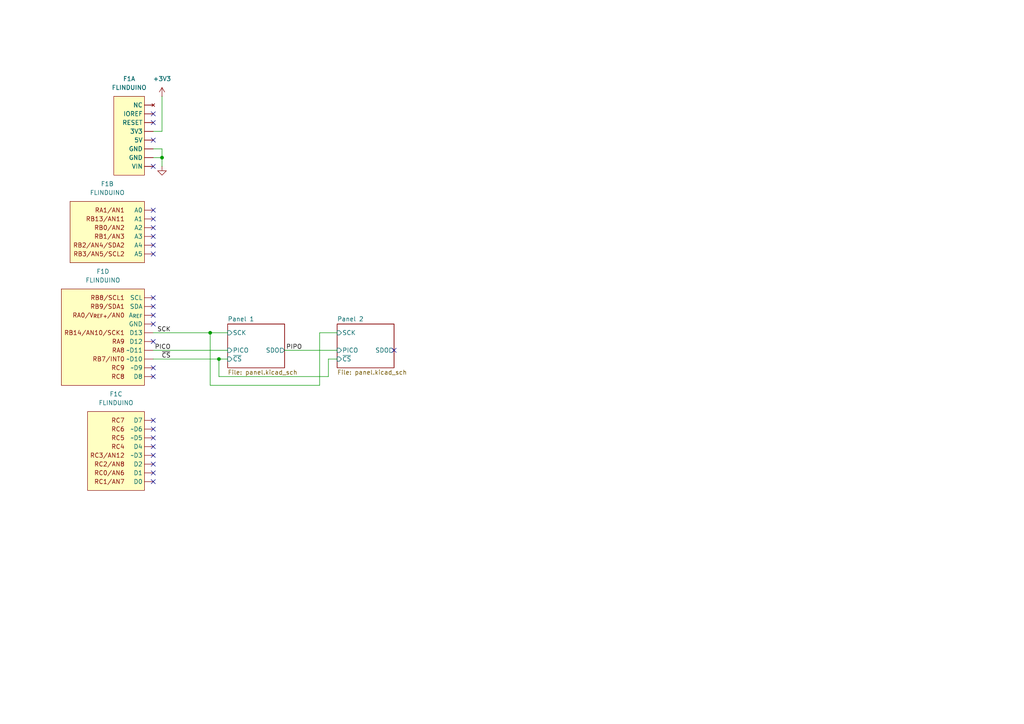
<source format=kicad_sch>
(kicad_sch (version 20231120) (generator "eeschema") (generator_version "8.0")
  (paper "A4")
  (title_block (title "LED Matrix Shield"))
  (lib_symbols
    (symbol "Global:Flinduino_V1" (pin_numbers hide) (in_bom no)
      (property "Reference" "F" (at 0 0 0))
      (property "Value" "FLINDUINO" (at 0 -2.54 0))
      (symbol "Flinduino_V1_1_1"
        (rectangle (start -8.89 -5.08) (end 0 -27.94) (fill (type background)))
        (pin no_connect line (at 2.54 -7.62 180) (length 2.54) (name "NC") (number "1"))
        (pin passive line (at 2.54 -10.16 180) (length 2.54) (name "IOREF") (number "2"))
        (pin bidirectional line (at 2.54 -12.7 180) (length 2.54) (name "RESET") (number "3"))
        (pin passive line (at 2.54 -15.24 180) (length 2.54) (name "3V3") (number "4"))
        (pin passive line (at 2.54 -17.78 180) (length 2.54) (name "5V") (number "5"))
        (pin passive line (at 2.54 -20.32 180) (length 2.54) (name "GND") (number "6"))
        (pin passive line (at 2.54 -22.86 180) (length 2.54) (name "GND") (number "7"))
        (pin passive line (at 2.54 -25.4 180) (length 2.54) (name "VIN") (number "8"))
      )
      (symbol "Flinduino_V1_2_1"
        (rectangle (start -21.59 -5.08) (end 0 -22.86) (fill (type background)))
        (text "RA1/AN1" (at -5.715 -7.62 0) (effects (font (size 1.27 1.27)) (justify right)))
        (text "RB0/AN2" (at -5.715 -12.7 0) (effects (font (size 1.27 1.27)) (justify right)))
        (text "RB1/AN3" (at -5.715 -15.24 0) (effects (font (size 1.27 1.27)) (justify right)))
        (text "RB13/AN11" (at -5.715 -10.16 0) (effects (font (size 1.27 1.27)) (justify right)))
        (text "RB2/AN4/SDA2" (at -5.715 -17.78 0) (effects (font (size 1.27 1.27)) (justify right)))
        (text "RB3/AN5/SCL2" (at -5.715 -20.32 0) (effects (font (size 1.27 1.27)) (justify right)))
        (pin tri_state line (at 2.54 -10.16 180) (length 2.54) (name "A1") (number "10"))
        (pin tri_state line (at 2.54 -12.7 180) (length 2.54) (name "A2") (number "11"))
        (pin tri_state line (at 2.54 -15.24 180) (length 2.54) (name "A3") (number "12"))
        (pin tri_state line (at 2.54 -17.78 180) (length 2.54) (name "A4") (number "13"))
        (pin tri_state line (at 2.54 -20.32 180) (length 2.54) (name "A5") (number "14"))
        (pin tri_state line (at 2.54 -7.62 180) (length 2.54) (name "A0") (number "9"))
      )
      (symbol "Flinduino_V1_3_1"
        (rectangle (start -16.51 -5.08) (end 0 -27.94) (fill (type background)))
        (text "RC0/AN6" (at -5.715 -22.86 0) (effects (font (size 1.27 1.27)) (justify right)))
        (text "RC1/AN7" (at -5.715 -25.4 0) (effects (font (size 1.27 1.27)) (justify right)))
        (text "RC2/AN8" (at -5.715 -20.32 0) (effects (font (size 1.27 1.27)) (justify right)))
        (text "RC3/AN12" (at -5.715 -17.78 0) (effects (font (size 1.27 1.27)) (justify right)))
        (text "RC4" (at -5.715 -15.24 0) (effects (font (size 1.27 1.27)) (justify right)))
        (text "RC5" (at -5.715 -12.7 0) (effects (font (size 1.27 1.27)) (justify right)))
        (text "RC6" (at -5.715 -10.16 0) (effects (font (size 1.27 1.27)) (justify right)))
        (text "RC7" (at -5.715 -7.62 0) (effects (font (size 1.27 1.27)) (justify right)))
        (pin tri_state line (at 2.54 -25.4 180) (length 2.54) (name "D0") (number "15"))
        (pin tri_state line (at 2.54 -22.86 180) (length 2.54) (name "D1") (number "16"))
        (pin tri_state line (at 2.54 -20.32 180) (length 2.54) (name "D2") (number "17"))
        (pin tri_state line (at 2.54 -17.78 180) (length 2.54) (name "~D3") (number "18"))
        (pin tri_state line (at 2.54 -15.24 180) (length 2.54) (name "D4") (number "19"))
        (pin tri_state line (at 2.54 -12.7 180) (length 2.54) (name "~D5") (number "20"))
        (pin tri_state line (at 2.54 -10.16 180) (length 2.54) (name "~D6") (number "21"))
        (pin tri_state line (at 2.54 -7.62 180) (length 2.54) (name "D7") (number "22"))
      )
      (symbol "Flinduino_V1_4_1"
        (rectangle (start -24.13 -5.08) (end 0 -33.02) (fill (type background)))
        (text "RA0/V_{REF+}/AN0" (at -5.715 -12.7 0) (effects (font (size 1.27 1.27)) (justify right)))
        (text "RA8" (at -5.715 -22.86 0) (effects (font (size 1.27 1.27)) (justify right)))
        (text "RA9" (at -5.715 -20.32 0) (effects (font (size 1.27 1.27)) (justify right)))
        (text "RB14/AN10/SCK1" (at -5.715 -17.78 0) (effects (font (size 1.27 1.27)) (justify right)))
        (text "RB7/INT0" (at -5.715 -25.4 0) (effects (font (size 1.27 1.27)) (justify right)))
        (text "RB8/SCL1" (at -5.715 -7.62 0) (effects (font (size 1.27 1.27)) (justify right)))
        (text "RB9/SDA1" (at -5.715 -10.16 0) (effects (font (size 1.27 1.27)) (justify right)))
        (text "RC8" (at -5.715 -30.48 0) (effects (font (size 1.27 1.27)) (justify right)))
        (text "RC9" (at -5.715 -27.94 0) (effects (font (size 1.27 1.27)) (justify right)))
        (pin tri_state line (at 2.54 -30.48 180) (length 2.54) (name "D8") (number "23"))
        (pin tri_state line (at 2.54 -27.94 180) (length 2.54) (name "~D9") (number "24"))
        (pin tri_state line (at 2.54 -25.4 180) (length 2.54) (name "~D10") (number "25"))
        (pin tri_state line (at 2.54 -22.86 180) (length 2.54) (name "~D11") (number "26"))
        (pin tri_state line (at 2.54 -20.32 180) (length 2.54) (name "D12") (number "27"))
        (pin tri_state line (at 2.54 -17.78 180) (length 2.54) (name "D13") (number "28"))
        (pin passive line (at 2.54 -15.24 180) (length 2.54) (name "GND") (number "29"))
        (pin tri_state line (at 2.54 -12.7 180) (length 2.54) (name "A_{REF}") (number "30"))
        (pin tri_state line (at 2.54 -10.16 180) (length 2.54) (name "SDA") (number "31"))
        (pin tri_state line (at 2.54 -7.62 180) (length 2.54) (name "SCL") (number "32"))
      )
    )
    (symbol "power:+3V3" (power) (pin_numbers hide) (pin_names (offset 0) hide)
      (property "Value" "+3V3" (at 0 3.556 0))
      (symbol "+3V3_0_1"
        (polyline (pts (xy -0.762 1.27) (xy 0 2.54)))
        (polyline (pts (xy 0 0) (xy 0 2.54)))
        (polyline (pts (xy 0 2.54) (xy 0.762 1.27)))
      )
      (symbol "+3V3_1_1"
        (pin power_in line (at 0 0 90) (length 0) (name "~") (number "1"))
      )
    )
    (symbol "power:GND" (power) (pin_numbers hide) (pin_names (offset 0) hide)
      (property "Value" "GND" (at 0 -3.81 0))
      (symbol "GND_0_1"
        (polyline (pts (xy 0 0) (xy 0 -1.27) (xy 1.27 -1.27) (xy 0 -2.54) (xy -1.27 -1.27) (xy 0 -1.27)))
      )
      (symbol "GND_1_1"
        (pin power_in line (at 0 0 270) (length 0) (name "~") (number "1"))
      )
    )
  )
  (junction (at 63.5 104.14))
  (junction (at 60.96 96.52))
  (junction (at 46.99 45.72))
  (no_connect (at 44.45 124.46))
  (no_connect (at 44.45 88.9))
  (no_connect (at 44.45 134.62))
  (no_connect (at 44.45 127))
  (no_connect (at 44.45 132.08))
  (no_connect (at 44.45 139.7))
  (no_connect (at 44.45 137.16))
  (no_connect (at 44.45 40.64))
  (no_connect (at 44.45 91.44))
  (no_connect (at 44.45 99.06))
  (no_connect (at 44.45 121.92))
  (no_connect (at 44.45 71.12))
  (no_connect (at 114.3 101.6))
  (no_connect (at 44.45 63.5))
  (no_connect (at 44.45 60.96))
  (no_connect (at 44.45 109.22))
  (no_connect (at 44.45 48.26))
  (no_connect (at 44.45 68.58))
  (no_connect (at 44.45 106.68))
  (no_connect (at 44.45 86.36))
  (no_connect (at 44.45 129.54))
  (no_connect (at 44.45 73.66))
  (no_connect (at 44.45 35.56))
  (no_connect (at 44.45 66.04))
  (no_connect (at 44.45 33.02))
  (no_connect (at 44.45 93.98))
  (wire (pts (xy 63.5 104.14) (xy 66.04 104.14)))
  (wire (pts (xy 97.79 96.52) (xy 92.71 96.52)))
  (wire (pts (xy 46.99 48.26) (xy 46.99 45.72)))
  (wire (pts (xy 44.45 101.6) (xy 66.04 101.6)))
  (wire (pts (xy 46.99 27.94) (xy 46.99 38.1)))
  (wire (pts (xy 46.99 43.18) (xy 44.45 43.18)))
  (wire (pts (xy 92.71 96.52) (xy 92.71 111.76)))
  (wire (pts (xy 60.96 96.52) (xy 66.04 96.52)))
  (wire (pts (xy 44.45 104.14) (xy 63.5 104.14)))
  (wire (pts (xy 95.25 104.14) (xy 95.25 109.22)))
  (wire (pts (xy 63.5 109.22) (xy 63.5 104.14)))
  (wire (pts (xy 44.45 96.52) (xy 60.96 96.52)))
  (wire (pts (xy 97.79 104.14) (xy 95.25 104.14)))
  (wire (pts (xy 82.55 101.6) (xy 97.79 101.6)))
  (wire (pts (xy 46.99 45.72) (xy 46.99 43.18)))
  (wire (pts (xy 46.99 38.1) (xy 44.45 38.1)))
  (wire (pts (xy 95.25 109.22) (xy 63.5 109.22)))
  (wire (pts (xy 60.96 111.76) (xy 60.96 96.52)))
  (wire (pts (xy 92.71 111.76) (xy 60.96 111.76)))
  (wire (pts (xy 44.45 45.72) (xy 46.99 45.72)))
  (label "PIPO" (at 87.63 101.6 180))
  (label "~{CS}" (at 49.53 104.14 180))
  (label "SCK" (at 49.53 96.52 180))
  (label "PICO" (at 49.53 101.6 180))
  (symbol (lib_id "Global:Flinduino_V1") (at 41.91 114.3 0) (unit 3) (in_bom no)
    (property "Reference" "F1" (at 33.655 114.3 0))
    (property "Value" "FLINDUINO" (at 33.655 116.84 0))
    (property "Footprint" "Flinduino:Flinduino 1 Shield" (effects (hide yes)))
  )
  (symbol (lib_id "Global:Flinduino_V1") (at 41.91 53.34 0) (unit 2) (in_bom no)
    (property "Reference" "F1" (at 31.115 53.34 0))
    (property "Value" "FLINDUINO" (at 31.115 55.88 0))
    (property "Footprint" "Flinduino:Flinduino 1 Shield" (effects (hide yes)))
  )
  (symbol (lib_id "power:GND") (at 46.99 48.26 0) (unit 1)
    (property "Reference" "#PWR02" (effects (hide yes)))
    (property "Value" "GND" (effects (hide yes)))
    (property "Description" "Power symbol creates a global label with name \"GND\" , ground" (effects (hide yes)))
  )
  (symbol (lib_id "power:+3V3") (at 46.99 27.94 0) (unit 1)
    (property "Reference" "#PWR01" (effects (hide yes)))
    (property "Value" "+3V3" (at 46.99 22.86 0))
    (property "Description" "Power symbol creates a global label with name \"+3V3\"" (effects (hide yes)))
  )
  (symbol (lib_id "Global:Flinduino_V1") (at 41.91 78.74 0) (unit 4) (in_bom no)
    (property "Reference" "F1" (at 29.845 78.74 0))
    (property "Value" "FLINDUINO" (at 29.845 81.28 0))
    (property "Footprint" "Flinduino:Flinduino 1 Shield" (effects (hide yes)))
  )
  (symbol (lib_id "Global:Flinduino_V1") (at 41.91 22.86 0) (unit 1) (in_bom no)
    (property "Reference" "F1" (at 37.465 22.86 0))
    (property "Value" "FLINDUINO" (at 37.465 25.4 0))
    (property "Footprint" "Flinduino:Flinduino 1 Shield" (effects (hide yes)))
  )
  (sheet (at 97.79 93.98) (size 16.51 12.7) (stroke (width 0.1524))
    (property "Sheetname" "Panel 2" (at 97.79 93.2684 0) (effects (justify left bottom)))
    (property "Sheetfile" "panel.kicad_sch" (at 97.79 107.2646 0) (effects (justify left top)))
    (pin "~{CS}" input (at 97.79 104.14 180))
    (pin "SCK" input (at 97.79 96.52 180))
    (pin "PICO" input (at 97.79 101.6 180))
    (pin "SDO" output (at 114.3 101.6 0))
  )
  (sheet (at 66.04 93.98) (size 16.51 12.7) (stroke (width 0.1524))
    (property "Sheetname" "Panel 1" (at 66.04 93.2684 0) (effects (justify left bottom)))
    (property "Sheetfile" "panel.kicad_sch" (at 66.04 107.2646 0) (effects (justify left top)))
    (pin "~{CS}" input (at 66.04 104.14 180))
    (pin "SCK" input (at 66.04 96.52 180))
    (pin "PICO" input (at 66.04 101.6 180))
    (pin "SDO" output (at 82.55 101.6 0))
  )
)
</source>
